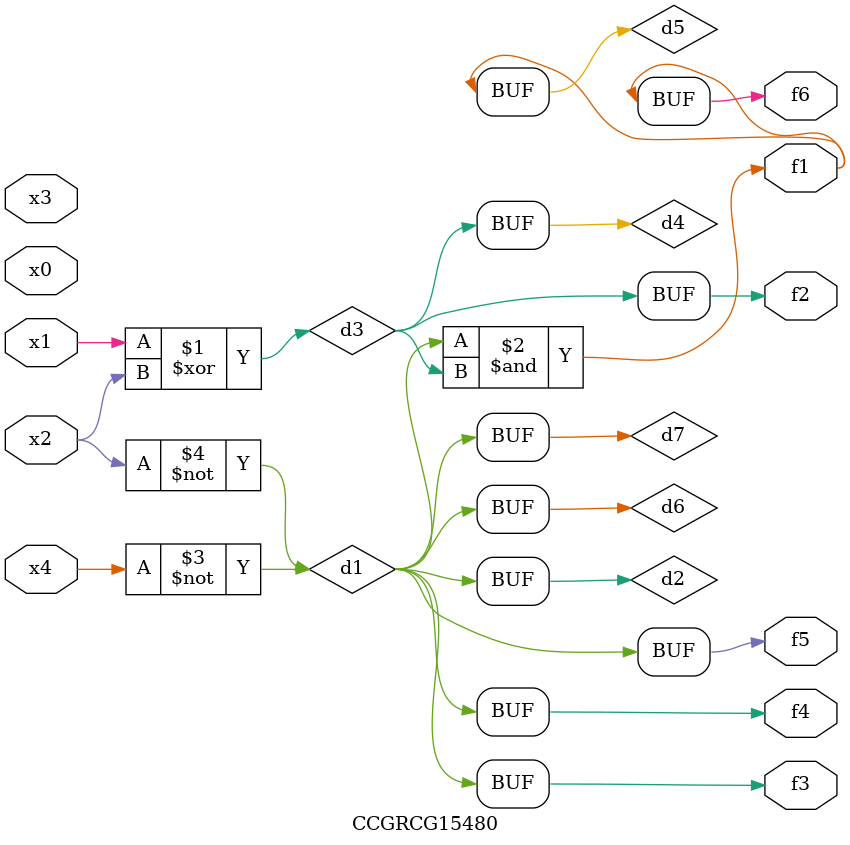
<source format=v>
module CCGRCG15480(
	input x0, x1, x2, x3, x4,
	output f1, f2, f3, f4, f5, f6
);

	wire d1, d2, d3, d4, d5, d6, d7;

	not (d1, x4);
	not (d2, x2);
	xor (d3, x1, x2);
	buf (d4, d3);
	and (d5, d1, d3);
	buf (d6, d1, d2);
	buf (d7, d2);
	assign f1 = d5;
	assign f2 = d4;
	assign f3 = d7;
	assign f4 = d7;
	assign f5 = d7;
	assign f6 = d5;
endmodule

</source>
